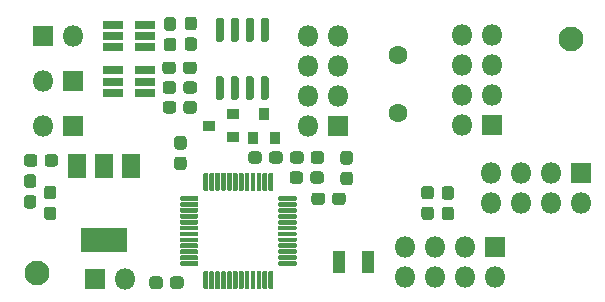
<source format=gbr>
%TF.GenerationSoftware,KiCad,Pcbnew,(5.1.6-0-10_14)*%
%TF.CreationDate,2020-07-31T15:00:41-05:00*%
%TF.ProjectId,final_fingerprint_sensor,66696e61-6c5f-4666-996e-676572707269,rev?*%
%TF.SameCoordinates,Original*%
%TF.FileFunction,Soldermask,Top*%
%TF.FilePolarity,Negative*%
%FSLAX46Y46*%
G04 Gerber Fmt 4.6, Leading zero omitted, Abs format (unit mm)*
G04 Created by KiCad (PCBNEW (5.1.6-0-10_14)) date 2020-07-31 15:00:41*
%MOMM*%
%LPD*%
G01*
G04 APERTURE LIST*
%ADD10C,2.100000*%
%ADD11R,1.800000X1.800000*%
%ADD12O,1.800000X1.800000*%
%ADD13R,1.000000X0.900000*%
%ADD14R,0.900000X1.000000*%
%ADD15R,3.900000X2.100000*%
%ADD16R,1.600000X2.100000*%
%ADD17R,1.660000X0.750000*%
%ADD18C,1.600000*%
%ADD19R,1.100000X1.900000*%
G04 APERTURE END LIST*
%TO.C,U3*%
G36*
G01*
X133725000Y-77575000D02*
X133725000Y-77775000D01*
G75*
G02*
X133625000Y-77875000I-100000J0D01*
G01*
X132250000Y-77875000D01*
G75*
G02*
X132150000Y-77775000I0J100000D01*
G01*
X132150000Y-77575000D01*
G75*
G02*
X132250000Y-77475000I100000J0D01*
G01*
X133625000Y-77475000D01*
G75*
G02*
X133725000Y-77575000I0J-100000D01*
G01*
G37*
G36*
G01*
X133725000Y-77075000D02*
X133725000Y-77275000D01*
G75*
G02*
X133625000Y-77375000I-100000J0D01*
G01*
X132250000Y-77375000D01*
G75*
G02*
X132150000Y-77275000I0J100000D01*
G01*
X132150000Y-77075000D01*
G75*
G02*
X132250000Y-76975000I100000J0D01*
G01*
X133625000Y-76975000D01*
G75*
G02*
X133725000Y-77075000I0J-100000D01*
G01*
G37*
G36*
G01*
X133725000Y-76575000D02*
X133725000Y-76775000D01*
G75*
G02*
X133625000Y-76875000I-100000J0D01*
G01*
X132250000Y-76875000D01*
G75*
G02*
X132150000Y-76775000I0J100000D01*
G01*
X132150000Y-76575000D01*
G75*
G02*
X132250000Y-76475000I100000J0D01*
G01*
X133625000Y-76475000D01*
G75*
G02*
X133725000Y-76575000I0J-100000D01*
G01*
G37*
G36*
G01*
X133725000Y-76075000D02*
X133725000Y-76275000D01*
G75*
G02*
X133625000Y-76375000I-100000J0D01*
G01*
X132250000Y-76375000D01*
G75*
G02*
X132150000Y-76275000I0J100000D01*
G01*
X132150000Y-76075000D01*
G75*
G02*
X132250000Y-75975000I100000J0D01*
G01*
X133625000Y-75975000D01*
G75*
G02*
X133725000Y-76075000I0J-100000D01*
G01*
G37*
G36*
G01*
X133725000Y-75575000D02*
X133725000Y-75775000D01*
G75*
G02*
X133625000Y-75875000I-100000J0D01*
G01*
X132250000Y-75875000D01*
G75*
G02*
X132150000Y-75775000I0J100000D01*
G01*
X132150000Y-75575000D01*
G75*
G02*
X132250000Y-75475000I100000J0D01*
G01*
X133625000Y-75475000D01*
G75*
G02*
X133725000Y-75575000I0J-100000D01*
G01*
G37*
G36*
G01*
X133725000Y-75075000D02*
X133725000Y-75275000D01*
G75*
G02*
X133625000Y-75375000I-100000J0D01*
G01*
X132250000Y-75375000D01*
G75*
G02*
X132150000Y-75275000I0J100000D01*
G01*
X132150000Y-75075000D01*
G75*
G02*
X132250000Y-74975000I100000J0D01*
G01*
X133625000Y-74975000D01*
G75*
G02*
X133725000Y-75075000I0J-100000D01*
G01*
G37*
G36*
G01*
X133725000Y-74575000D02*
X133725000Y-74775000D01*
G75*
G02*
X133625000Y-74875000I-100000J0D01*
G01*
X132250000Y-74875000D01*
G75*
G02*
X132150000Y-74775000I0J100000D01*
G01*
X132150000Y-74575000D01*
G75*
G02*
X132250000Y-74475000I100000J0D01*
G01*
X133625000Y-74475000D01*
G75*
G02*
X133725000Y-74575000I0J-100000D01*
G01*
G37*
G36*
G01*
X133725000Y-74075000D02*
X133725000Y-74275000D01*
G75*
G02*
X133625000Y-74375000I-100000J0D01*
G01*
X132250000Y-74375000D01*
G75*
G02*
X132150000Y-74275000I0J100000D01*
G01*
X132150000Y-74075000D01*
G75*
G02*
X132250000Y-73975000I100000J0D01*
G01*
X133625000Y-73975000D01*
G75*
G02*
X133725000Y-74075000I0J-100000D01*
G01*
G37*
G36*
G01*
X133725000Y-73575000D02*
X133725000Y-73775000D01*
G75*
G02*
X133625000Y-73875000I-100000J0D01*
G01*
X132250000Y-73875000D01*
G75*
G02*
X132150000Y-73775000I0J100000D01*
G01*
X132150000Y-73575000D01*
G75*
G02*
X132250000Y-73475000I100000J0D01*
G01*
X133625000Y-73475000D01*
G75*
G02*
X133725000Y-73575000I0J-100000D01*
G01*
G37*
G36*
G01*
X133725000Y-73075000D02*
X133725000Y-73275000D01*
G75*
G02*
X133625000Y-73375000I-100000J0D01*
G01*
X132250000Y-73375000D01*
G75*
G02*
X132150000Y-73275000I0J100000D01*
G01*
X132150000Y-73075000D01*
G75*
G02*
X132250000Y-72975000I100000J0D01*
G01*
X133625000Y-72975000D01*
G75*
G02*
X133725000Y-73075000I0J-100000D01*
G01*
G37*
G36*
G01*
X133725000Y-72575000D02*
X133725000Y-72775000D01*
G75*
G02*
X133625000Y-72875000I-100000J0D01*
G01*
X132250000Y-72875000D01*
G75*
G02*
X132150000Y-72775000I0J100000D01*
G01*
X132150000Y-72575000D01*
G75*
G02*
X132250000Y-72475000I100000J0D01*
G01*
X133625000Y-72475000D01*
G75*
G02*
X133725000Y-72575000I0J-100000D01*
G01*
G37*
G36*
G01*
X133725000Y-72075000D02*
X133725000Y-72275000D01*
G75*
G02*
X133625000Y-72375000I-100000J0D01*
G01*
X132250000Y-72375000D01*
G75*
G02*
X132150000Y-72275000I0J100000D01*
G01*
X132150000Y-72075000D01*
G75*
G02*
X132250000Y-71975000I100000J0D01*
G01*
X133625000Y-71975000D01*
G75*
G02*
X133725000Y-72075000I0J-100000D01*
G01*
G37*
G36*
G01*
X131725000Y-70075000D02*
X131725000Y-71450000D01*
G75*
G02*
X131625000Y-71550000I-100000J0D01*
G01*
X131425000Y-71550000D01*
G75*
G02*
X131325000Y-71450000I0J100000D01*
G01*
X131325000Y-70075000D01*
G75*
G02*
X131425000Y-69975000I100000J0D01*
G01*
X131625000Y-69975000D01*
G75*
G02*
X131725000Y-70075000I0J-100000D01*
G01*
G37*
G36*
G01*
X131225000Y-70075000D02*
X131225000Y-71450000D01*
G75*
G02*
X131125000Y-71550000I-100000J0D01*
G01*
X130925000Y-71550000D01*
G75*
G02*
X130825000Y-71450000I0J100000D01*
G01*
X130825000Y-70075000D01*
G75*
G02*
X130925000Y-69975000I100000J0D01*
G01*
X131125000Y-69975000D01*
G75*
G02*
X131225000Y-70075000I0J-100000D01*
G01*
G37*
G36*
G01*
X130725000Y-70075000D02*
X130725000Y-71450000D01*
G75*
G02*
X130625000Y-71550000I-100000J0D01*
G01*
X130425000Y-71550000D01*
G75*
G02*
X130325000Y-71450000I0J100000D01*
G01*
X130325000Y-70075000D01*
G75*
G02*
X130425000Y-69975000I100000J0D01*
G01*
X130625000Y-69975000D01*
G75*
G02*
X130725000Y-70075000I0J-100000D01*
G01*
G37*
G36*
G01*
X130225000Y-70075000D02*
X130225000Y-71450000D01*
G75*
G02*
X130125000Y-71550000I-100000J0D01*
G01*
X129925000Y-71550000D01*
G75*
G02*
X129825000Y-71450000I0J100000D01*
G01*
X129825000Y-70075000D01*
G75*
G02*
X129925000Y-69975000I100000J0D01*
G01*
X130125000Y-69975000D01*
G75*
G02*
X130225000Y-70075000I0J-100000D01*
G01*
G37*
G36*
G01*
X129725000Y-70075000D02*
X129725000Y-71450000D01*
G75*
G02*
X129625000Y-71550000I-100000J0D01*
G01*
X129425000Y-71550000D01*
G75*
G02*
X129325000Y-71450000I0J100000D01*
G01*
X129325000Y-70075000D01*
G75*
G02*
X129425000Y-69975000I100000J0D01*
G01*
X129625000Y-69975000D01*
G75*
G02*
X129725000Y-70075000I0J-100000D01*
G01*
G37*
G36*
G01*
X129225000Y-70075000D02*
X129225000Y-71450000D01*
G75*
G02*
X129125000Y-71550000I-100000J0D01*
G01*
X128925000Y-71550000D01*
G75*
G02*
X128825000Y-71450000I0J100000D01*
G01*
X128825000Y-70075000D01*
G75*
G02*
X128925000Y-69975000I100000J0D01*
G01*
X129125000Y-69975000D01*
G75*
G02*
X129225000Y-70075000I0J-100000D01*
G01*
G37*
G36*
G01*
X128725000Y-70075000D02*
X128725000Y-71450000D01*
G75*
G02*
X128625000Y-71550000I-100000J0D01*
G01*
X128425000Y-71550000D01*
G75*
G02*
X128325000Y-71450000I0J100000D01*
G01*
X128325000Y-70075000D01*
G75*
G02*
X128425000Y-69975000I100000J0D01*
G01*
X128625000Y-69975000D01*
G75*
G02*
X128725000Y-70075000I0J-100000D01*
G01*
G37*
G36*
G01*
X128225000Y-70075000D02*
X128225000Y-71450000D01*
G75*
G02*
X128125000Y-71550000I-100000J0D01*
G01*
X127925000Y-71550000D01*
G75*
G02*
X127825000Y-71450000I0J100000D01*
G01*
X127825000Y-70075000D01*
G75*
G02*
X127925000Y-69975000I100000J0D01*
G01*
X128125000Y-69975000D01*
G75*
G02*
X128225000Y-70075000I0J-100000D01*
G01*
G37*
G36*
G01*
X127725000Y-70075000D02*
X127725000Y-71450000D01*
G75*
G02*
X127625000Y-71550000I-100000J0D01*
G01*
X127425000Y-71550000D01*
G75*
G02*
X127325000Y-71450000I0J100000D01*
G01*
X127325000Y-70075000D01*
G75*
G02*
X127425000Y-69975000I100000J0D01*
G01*
X127625000Y-69975000D01*
G75*
G02*
X127725000Y-70075000I0J-100000D01*
G01*
G37*
G36*
G01*
X127225000Y-70075000D02*
X127225000Y-71450000D01*
G75*
G02*
X127125000Y-71550000I-100000J0D01*
G01*
X126925000Y-71550000D01*
G75*
G02*
X126825000Y-71450000I0J100000D01*
G01*
X126825000Y-70075000D01*
G75*
G02*
X126925000Y-69975000I100000J0D01*
G01*
X127125000Y-69975000D01*
G75*
G02*
X127225000Y-70075000I0J-100000D01*
G01*
G37*
G36*
G01*
X126725000Y-70075000D02*
X126725000Y-71450000D01*
G75*
G02*
X126625000Y-71550000I-100000J0D01*
G01*
X126425000Y-71550000D01*
G75*
G02*
X126325000Y-71450000I0J100000D01*
G01*
X126325000Y-70075000D01*
G75*
G02*
X126425000Y-69975000I100000J0D01*
G01*
X126625000Y-69975000D01*
G75*
G02*
X126725000Y-70075000I0J-100000D01*
G01*
G37*
G36*
G01*
X126225000Y-70075000D02*
X126225000Y-71450000D01*
G75*
G02*
X126125000Y-71550000I-100000J0D01*
G01*
X125925000Y-71550000D01*
G75*
G02*
X125825000Y-71450000I0J100000D01*
G01*
X125825000Y-70075000D01*
G75*
G02*
X125925000Y-69975000I100000J0D01*
G01*
X126125000Y-69975000D01*
G75*
G02*
X126225000Y-70075000I0J-100000D01*
G01*
G37*
G36*
G01*
X125400000Y-72075000D02*
X125400000Y-72275000D01*
G75*
G02*
X125300000Y-72375000I-100000J0D01*
G01*
X123925000Y-72375000D01*
G75*
G02*
X123825000Y-72275000I0J100000D01*
G01*
X123825000Y-72075000D01*
G75*
G02*
X123925000Y-71975000I100000J0D01*
G01*
X125300000Y-71975000D01*
G75*
G02*
X125400000Y-72075000I0J-100000D01*
G01*
G37*
G36*
G01*
X125400000Y-72575000D02*
X125400000Y-72775000D01*
G75*
G02*
X125300000Y-72875000I-100000J0D01*
G01*
X123925000Y-72875000D01*
G75*
G02*
X123825000Y-72775000I0J100000D01*
G01*
X123825000Y-72575000D01*
G75*
G02*
X123925000Y-72475000I100000J0D01*
G01*
X125300000Y-72475000D01*
G75*
G02*
X125400000Y-72575000I0J-100000D01*
G01*
G37*
G36*
G01*
X125400000Y-73075000D02*
X125400000Y-73275000D01*
G75*
G02*
X125300000Y-73375000I-100000J0D01*
G01*
X123925000Y-73375000D01*
G75*
G02*
X123825000Y-73275000I0J100000D01*
G01*
X123825000Y-73075000D01*
G75*
G02*
X123925000Y-72975000I100000J0D01*
G01*
X125300000Y-72975000D01*
G75*
G02*
X125400000Y-73075000I0J-100000D01*
G01*
G37*
G36*
G01*
X125400000Y-73575000D02*
X125400000Y-73775000D01*
G75*
G02*
X125300000Y-73875000I-100000J0D01*
G01*
X123925000Y-73875000D01*
G75*
G02*
X123825000Y-73775000I0J100000D01*
G01*
X123825000Y-73575000D01*
G75*
G02*
X123925000Y-73475000I100000J0D01*
G01*
X125300000Y-73475000D01*
G75*
G02*
X125400000Y-73575000I0J-100000D01*
G01*
G37*
G36*
G01*
X125400000Y-74075000D02*
X125400000Y-74275000D01*
G75*
G02*
X125300000Y-74375000I-100000J0D01*
G01*
X123925000Y-74375000D01*
G75*
G02*
X123825000Y-74275000I0J100000D01*
G01*
X123825000Y-74075000D01*
G75*
G02*
X123925000Y-73975000I100000J0D01*
G01*
X125300000Y-73975000D01*
G75*
G02*
X125400000Y-74075000I0J-100000D01*
G01*
G37*
G36*
G01*
X125400000Y-74575000D02*
X125400000Y-74775000D01*
G75*
G02*
X125300000Y-74875000I-100000J0D01*
G01*
X123925000Y-74875000D01*
G75*
G02*
X123825000Y-74775000I0J100000D01*
G01*
X123825000Y-74575000D01*
G75*
G02*
X123925000Y-74475000I100000J0D01*
G01*
X125300000Y-74475000D01*
G75*
G02*
X125400000Y-74575000I0J-100000D01*
G01*
G37*
G36*
G01*
X125400000Y-75075000D02*
X125400000Y-75275000D01*
G75*
G02*
X125300000Y-75375000I-100000J0D01*
G01*
X123925000Y-75375000D01*
G75*
G02*
X123825000Y-75275000I0J100000D01*
G01*
X123825000Y-75075000D01*
G75*
G02*
X123925000Y-74975000I100000J0D01*
G01*
X125300000Y-74975000D01*
G75*
G02*
X125400000Y-75075000I0J-100000D01*
G01*
G37*
G36*
G01*
X125400000Y-75575000D02*
X125400000Y-75775000D01*
G75*
G02*
X125300000Y-75875000I-100000J0D01*
G01*
X123925000Y-75875000D01*
G75*
G02*
X123825000Y-75775000I0J100000D01*
G01*
X123825000Y-75575000D01*
G75*
G02*
X123925000Y-75475000I100000J0D01*
G01*
X125300000Y-75475000D01*
G75*
G02*
X125400000Y-75575000I0J-100000D01*
G01*
G37*
G36*
G01*
X125400000Y-76075000D02*
X125400000Y-76275000D01*
G75*
G02*
X125300000Y-76375000I-100000J0D01*
G01*
X123925000Y-76375000D01*
G75*
G02*
X123825000Y-76275000I0J100000D01*
G01*
X123825000Y-76075000D01*
G75*
G02*
X123925000Y-75975000I100000J0D01*
G01*
X125300000Y-75975000D01*
G75*
G02*
X125400000Y-76075000I0J-100000D01*
G01*
G37*
G36*
G01*
X125400000Y-76575000D02*
X125400000Y-76775000D01*
G75*
G02*
X125300000Y-76875000I-100000J0D01*
G01*
X123925000Y-76875000D01*
G75*
G02*
X123825000Y-76775000I0J100000D01*
G01*
X123825000Y-76575000D01*
G75*
G02*
X123925000Y-76475000I100000J0D01*
G01*
X125300000Y-76475000D01*
G75*
G02*
X125400000Y-76575000I0J-100000D01*
G01*
G37*
G36*
G01*
X125400000Y-77075000D02*
X125400000Y-77275000D01*
G75*
G02*
X125300000Y-77375000I-100000J0D01*
G01*
X123925000Y-77375000D01*
G75*
G02*
X123825000Y-77275000I0J100000D01*
G01*
X123825000Y-77075000D01*
G75*
G02*
X123925000Y-76975000I100000J0D01*
G01*
X125300000Y-76975000D01*
G75*
G02*
X125400000Y-77075000I0J-100000D01*
G01*
G37*
G36*
G01*
X125400000Y-77575000D02*
X125400000Y-77775000D01*
G75*
G02*
X125300000Y-77875000I-100000J0D01*
G01*
X123925000Y-77875000D01*
G75*
G02*
X123825000Y-77775000I0J100000D01*
G01*
X123825000Y-77575000D01*
G75*
G02*
X123925000Y-77475000I100000J0D01*
G01*
X125300000Y-77475000D01*
G75*
G02*
X125400000Y-77575000I0J-100000D01*
G01*
G37*
G36*
G01*
X126225000Y-78400000D02*
X126225000Y-79775000D01*
G75*
G02*
X126125000Y-79875000I-100000J0D01*
G01*
X125925000Y-79875000D01*
G75*
G02*
X125825000Y-79775000I0J100000D01*
G01*
X125825000Y-78400000D01*
G75*
G02*
X125925000Y-78300000I100000J0D01*
G01*
X126125000Y-78300000D01*
G75*
G02*
X126225000Y-78400000I0J-100000D01*
G01*
G37*
G36*
G01*
X126725000Y-78400000D02*
X126725000Y-79775000D01*
G75*
G02*
X126625000Y-79875000I-100000J0D01*
G01*
X126425000Y-79875000D01*
G75*
G02*
X126325000Y-79775000I0J100000D01*
G01*
X126325000Y-78400000D01*
G75*
G02*
X126425000Y-78300000I100000J0D01*
G01*
X126625000Y-78300000D01*
G75*
G02*
X126725000Y-78400000I0J-100000D01*
G01*
G37*
G36*
G01*
X127225000Y-78400000D02*
X127225000Y-79775000D01*
G75*
G02*
X127125000Y-79875000I-100000J0D01*
G01*
X126925000Y-79875000D01*
G75*
G02*
X126825000Y-79775000I0J100000D01*
G01*
X126825000Y-78400000D01*
G75*
G02*
X126925000Y-78300000I100000J0D01*
G01*
X127125000Y-78300000D01*
G75*
G02*
X127225000Y-78400000I0J-100000D01*
G01*
G37*
G36*
G01*
X127725000Y-78400000D02*
X127725000Y-79775000D01*
G75*
G02*
X127625000Y-79875000I-100000J0D01*
G01*
X127425000Y-79875000D01*
G75*
G02*
X127325000Y-79775000I0J100000D01*
G01*
X127325000Y-78400000D01*
G75*
G02*
X127425000Y-78300000I100000J0D01*
G01*
X127625000Y-78300000D01*
G75*
G02*
X127725000Y-78400000I0J-100000D01*
G01*
G37*
G36*
G01*
X128225000Y-78400000D02*
X128225000Y-79775000D01*
G75*
G02*
X128125000Y-79875000I-100000J0D01*
G01*
X127925000Y-79875000D01*
G75*
G02*
X127825000Y-79775000I0J100000D01*
G01*
X127825000Y-78400000D01*
G75*
G02*
X127925000Y-78300000I100000J0D01*
G01*
X128125000Y-78300000D01*
G75*
G02*
X128225000Y-78400000I0J-100000D01*
G01*
G37*
G36*
G01*
X128725000Y-78400000D02*
X128725000Y-79775000D01*
G75*
G02*
X128625000Y-79875000I-100000J0D01*
G01*
X128425000Y-79875000D01*
G75*
G02*
X128325000Y-79775000I0J100000D01*
G01*
X128325000Y-78400000D01*
G75*
G02*
X128425000Y-78300000I100000J0D01*
G01*
X128625000Y-78300000D01*
G75*
G02*
X128725000Y-78400000I0J-100000D01*
G01*
G37*
G36*
G01*
X129225000Y-78400000D02*
X129225000Y-79775000D01*
G75*
G02*
X129125000Y-79875000I-100000J0D01*
G01*
X128925000Y-79875000D01*
G75*
G02*
X128825000Y-79775000I0J100000D01*
G01*
X128825000Y-78400000D01*
G75*
G02*
X128925000Y-78300000I100000J0D01*
G01*
X129125000Y-78300000D01*
G75*
G02*
X129225000Y-78400000I0J-100000D01*
G01*
G37*
G36*
G01*
X129725000Y-78400000D02*
X129725000Y-79775000D01*
G75*
G02*
X129625000Y-79875000I-100000J0D01*
G01*
X129425000Y-79875000D01*
G75*
G02*
X129325000Y-79775000I0J100000D01*
G01*
X129325000Y-78400000D01*
G75*
G02*
X129425000Y-78300000I100000J0D01*
G01*
X129625000Y-78300000D01*
G75*
G02*
X129725000Y-78400000I0J-100000D01*
G01*
G37*
G36*
G01*
X130225000Y-78400000D02*
X130225000Y-79775000D01*
G75*
G02*
X130125000Y-79875000I-100000J0D01*
G01*
X129925000Y-79875000D01*
G75*
G02*
X129825000Y-79775000I0J100000D01*
G01*
X129825000Y-78400000D01*
G75*
G02*
X129925000Y-78300000I100000J0D01*
G01*
X130125000Y-78300000D01*
G75*
G02*
X130225000Y-78400000I0J-100000D01*
G01*
G37*
G36*
G01*
X130725000Y-78400000D02*
X130725000Y-79775000D01*
G75*
G02*
X130625000Y-79875000I-100000J0D01*
G01*
X130425000Y-79875000D01*
G75*
G02*
X130325000Y-79775000I0J100000D01*
G01*
X130325000Y-78400000D01*
G75*
G02*
X130425000Y-78300000I100000J0D01*
G01*
X130625000Y-78300000D01*
G75*
G02*
X130725000Y-78400000I0J-100000D01*
G01*
G37*
G36*
G01*
X131225000Y-78400000D02*
X131225000Y-79775000D01*
G75*
G02*
X131125000Y-79875000I-100000J0D01*
G01*
X130925000Y-79875000D01*
G75*
G02*
X130825000Y-79775000I0J100000D01*
G01*
X130825000Y-78400000D01*
G75*
G02*
X130925000Y-78300000I100000J0D01*
G01*
X131125000Y-78300000D01*
G75*
G02*
X131225000Y-78400000I0J-100000D01*
G01*
G37*
G36*
G01*
X131725000Y-78400000D02*
X131725000Y-79775000D01*
G75*
G02*
X131625000Y-79875000I-100000J0D01*
G01*
X131425000Y-79875000D01*
G75*
G02*
X131325000Y-79775000I0J100000D01*
G01*
X131325000Y-78400000D01*
G75*
G02*
X131425000Y-78300000I100000J0D01*
G01*
X131625000Y-78300000D01*
G75*
G02*
X131725000Y-78400000I0J-100000D01*
G01*
G37*
%TD*%
%TO.C,C14*%
G36*
G01*
X124125000Y-64712500D02*
X124125000Y-64187500D01*
G75*
G02*
X124387500Y-63925000I262500J0D01*
G01*
X125012500Y-63925000D01*
G75*
G02*
X125275000Y-64187500I0J-262500D01*
G01*
X125275000Y-64712500D01*
G75*
G02*
X125012500Y-64975000I-262500J0D01*
G01*
X124387500Y-64975000D01*
G75*
G02*
X124125000Y-64712500I0J262500D01*
G01*
G37*
G36*
G01*
X122375000Y-64712500D02*
X122375000Y-64187500D01*
G75*
G02*
X122637500Y-63925000I262500J0D01*
G01*
X123262500Y-63925000D01*
G75*
G02*
X123525000Y-64187500I0J-262500D01*
G01*
X123525000Y-64712500D01*
G75*
G02*
X123262500Y-64975000I-262500J0D01*
G01*
X122637500Y-64975000D01*
G75*
G02*
X122375000Y-64712500I0J262500D01*
G01*
G37*
%TD*%
D10*
%TO.C,H1*%
X156972000Y-58674000D03*
%TD*%
%TO.C,H2*%
X111760000Y-78486000D03*
%TD*%
D11*
%TO.C,J1*%
X137248900Y-65991740D03*
D12*
X134708900Y-65991740D03*
X137248900Y-63451740D03*
X134708900Y-63451740D03*
X137248900Y-60911740D03*
X134708900Y-60911740D03*
X137248900Y-58371740D03*
X134708900Y-58371740D03*
%TD*%
%TO.C,J2*%
X112275000Y-62250000D03*
D11*
X114815000Y-62250000D03*
%TD*%
%TO.C,J3*%
X114800000Y-66075000D03*
D12*
X112260000Y-66075000D03*
%TD*%
%TO.C,J4*%
X114808000Y-58420000D03*
D11*
X112268000Y-58420000D03*
%TD*%
%TO.C,J5*%
X116625000Y-79000000D03*
D12*
X119165000Y-79000000D03*
%TD*%
%TO.C,J6*%
X150135000Y-72565000D03*
X150135000Y-70025000D03*
X152675000Y-72565000D03*
X152675000Y-70025000D03*
X155215000Y-72565000D03*
X155215000Y-70025000D03*
X157755000Y-72565000D03*
D11*
X157755000Y-70025000D03*
%TD*%
%TO.C,J7*%
X150290000Y-65930000D03*
D12*
X147750000Y-65930000D03*
X150290000Y-63390000D03*
X147750000Y-63390000D03*
X150290000Y-60850000D03*
X147750000Y-60850000D03*
X150290000Y-58310000D03*
X147750000Y-58310000D03*
%TD*%
%TO.C,J8*%
X142855000Y-78790000D03*
X142855000Y-76250000D03*
X145395000Y-78790000D03*
X145395000Y-76250000D03*
X147935000Y-78790000D03*
X147935000Y-76250000D03*
X150475000Y-78790000D03*
D11*
X150475000Y-76250000D03*
%TD*%
D13*
%TO.C,Q1*%
X126325000Y-66000000D03*
X128325000Y-65050000D03*
X128325000Y-66950000D03*
%TD*%
D14*
%TO.C,Q2*%
X130000000Y-67025000D03*
X131900000Y-67025000D03*
X130950000Y-65025000D03*
%TD*%
%TO.C,R7*%
G36*
G01*
X112587500Y-72850000D02*
X113112500Y-72850000D01*
G75*
G02*
X113375000Y-73112500I0J-262500D01*
G01*
X113375000Y-73737500D01*
G75*
G02*
X113112500Y-74000000I-262500J0D01*
G01*
X112587500Y-74000000D01*
G75*
G02*
X112325000Y-73737500I0J262500D01*
G01*
X112325000Y-73112500D01*
G75*
G02*
X112587500Y-72850000I262500J0D01*
G01*
G37*
G36*
G01*
X112587500Y-71100000D02*
X113112500Y-71100000D01*
G75*
G02*
X113375000Y-71362500I0J-262500D01*
G01*
X113375000Y-71987500D01*
G75*
G02*
X113112500Y-72250000I-262500J0D01*
G01*
X112587500Y-72250000D01*
G75*
G02*
X112325000Y-71987500I0J262500D01*
G01*
X112325000Y-71362500D01*
G75*
G02*
X112587500Y-71100000I262500J0D01*
G01*
G37*
%TD*%
%TO.C,R8*%
G36*
G01*
X110887500Y-70125000D02*
X111412500Y-70125000D01*
G75*
G02*
X111675000Y-70387500I0J-262500D01*
G01*
X111675000Y-71012500D01*
G75*
G02*
X111412500Y-71275000I-262500J0D01*
G01*
X110887500Y-71275000D01*
G75*
G02*
X110625000Y-71012500I0J262500D01*
G01*
X110625000Y-70387500D01*
G75*
G02*
X110887500Y-70125000I262500J0D01*
G01*
G37*
G36*
G01*
X110887500Y-71875000D02*
X111412500Y-71875000D01*
G75*
G02*
X111675000Y-72137500I0J-262500D01*
G01*
X111675000Y-72762500D01*
G75*
G02*
X111412500Y-73025000I-262500J0D01*
G01*
X110887500Y-73025000D01*
G75*
G02*
X110625000Y-72762500I0J262500D01*
G01*
X110625000Y-72137500D01*
G75*
G02*
X110887500Y-71875000I262500J0D01*
G01*
G37*
%TD*%
%TO.C,R9*%
G36*
G01*
X122375000Y-63037500D02*
X122375000Y-62512500D01*
G75*
G02*
X122637500Y-62250000I262500J0D01*
G01*
X123262500Y-62250000D01*
G75*
G02*
X123525000Y-62512500I0J-262500D01*
G01*
X123525000Y-63037500D01*
G75*
G02*
X123262500Y-63300000I-262500J0D01*
G01*
X122637500Y-63300000D01*
G75*
G02*
X122375000Y-63037500I0J262500D01*
G01*
G37*
G36*
G01*
X124125000Y-63037500D02*
X124125000Y-62512500D01*
G75*
G02*
X124387500Y-62250000I262500J0D01*
G01*
X125012500Y-62250000D01*
G75*
G02*
X125275000Y-62512500I0J-262500D01*
G01*
X125275000Y-63037500D01*
G75*
G02*
X125012500Y-63300000I-262500J0D01*
G01*
X124387500Y-63300000D01*
G75*
G02*
X124125000Y-63037500I0J262500D01*
G01*
G37*
%TD*%
%TO.C,R10*%
G36*
G01*
X122737500Y-58575000D02*
X123262500Y-58575000D01*
G75*
G02*
X123525000Y-58837500I0J-262500D01*
G01*
X123525000Y-59462500D01*
G75*
G02*
X123262500Y-59725000I-262500J0D01*
G01*
X122737500Y-59725000D01*
G75*
G02*
X122475000Y-59462500I0J262500D01*
G01*
X122475000Y-58837500D01*
G75*
G02*
X122737500Y-58575000I262500J0D01*
G01*
G37*
G36*
G01*
X122737500Y-56825000D02*
X123262500Y-56825000D01*
G75*
G02*
X123525000Y-57087500I0J-262500D01*
G01*
X123525000Y-57712500D01*
G75*
G02*
X123262500Y-57975000I-262500J0D01*
G01*
X122737500Y-57975000D01*
G75*
G02*
X122475000Y-57712500I0J262500D01*
G01*
X122475000Y-57087500D01*
G75*
G02*
X122737500Y-56825000I262500J0D01*
G01*
G37*
%TD*%
%TO.C,R11*%
G36*
G01*
X136125000Y-71937500D02*
X136125000Y-72462500D01*
G75*
G02*
X135862500Y-72725000I-262500J0D01*
G01*
X135237500Y-72725000D01*
G75*
G02*
X134975000Y-72462500I0J262500D01*
G01*
X134975000Y-71937500D01*
G75*
G02*
X135237500Y-71675000I262500J0D01*
G01*
X135862500Y-71675000D01*
G75*
G02*
X136125000Y-71937500I0J-262500D01*
G01*
G37*
G36*
G01*
X137875000Y-71937500D02*
X137875000Y-72462500D01*
G75*
G02*
X137612500Y-72725000I-262500J0D01*
G01*
X136987500Y-72725000D01*
G75*
G02*
X136725000Y-72462500I0J262500D01*
G01*
X136725000Y-71937500D01*
G75*
G02*
X136987500Y-71675000I262500J0D01*
G01*
X137612500Y-71675000D01*
G75*
G02*
X137875000Y-71937500I0J-262500D01*
G01*
G37*
%TD*%
%TO.C,R12*%
G36*
G01*
X136050000Y-68437500D02*
X136050000Y-68962500D01*
G75*
G02*
X135787500Y-69225000I-262500J0D01*
G01*
X135162500Y-69225000D01*
G75*
G02*
X134900000Y-68962500I0J262500D01*
G01*
X134900000Y-68437500D01*
G75*
G02*
X135162500Y-68175000I262500J0D01*
G01*
X135787500Y-68175000D01*
G75*
G02*
X136050000Y-68437500I0J-262500D01*
G01*
G37*
G36*
G01*
X134300000Y-68437500D02*
X134300000Y-68962500D01*
G75*
G02*
X134037500Y-69225000I-262500J0D01*
G01*
X133412500Y-69225000D01*
G75*
G02*
X133150000Y-68962500I0J262500D01*
G01*
X133150000Y-68437500D01*
G75*
G02*
X133412500Y-68175000I262500J0D01*
G01*
X134037500Y-68175000D01*
G75*
G02*
X134300000Y-68437500I0J-262500D01*
G01*
G37*
%TD*%
%TO.C,R13*%
G36*
G01*
X130775000Y-68437500D02*
X130775000Y-68962500D01*
G75*
G02*
X130512500Y-69225000I-262500J0D01*
G01*
X129887500Y-69225000D01*
G75*
G02*
X129625000Y-68962500I0J262500D01*
G01*
X129625000Y-68437500D01*
G75*
G02*
X129887500Y-68175000I262500J0D01*
G01*
X130512500Y-68175000D01*
G75*
G02*
X130775000Y-68437500I0J-262500D01*
G01*
G37*
G36*
G01*
X132525000Y-68437500D02*
X132525000Y-68962500D01*
G75*
G02*
X132262500Y-69225000I-262500J0D01*
G01*
X131637500Y-69225000D01*
G75*
G02*
X131375000Y-68962500I0J262500D01*
G01*
X131375000Y-68437500D01*
G75*
G02*
X131637500Y-68175000I262500J0D01*
G01*
X132262500Y-68175000D01*
G75*
G02*
X132525000Y-68437500I0J-262500D01*
G01*
G37*
%TD*%
%TO.C,R15*%
G36*
G01*
X122400000Y-79037500D02*
X122400000Y-79562500D01*
G75*
G02*
X122137500Y-79825000I-262500J0D01*
G01*
X121512500Y-79825000D01*
G75*
G02*
X121250000Y-79562500I0J262500D01*
G01*
X121250000Y-79037500D01*
G75*
G02*
X121512500Y-78775000I262500J0D01*
G01*
X122137500Y-78775000D01*
G75*
G02*
X122400000Y-79037500I0J-262500D01*
G01*
G37*
G36*
G01*
X124150000Y-79037500D02*
X124150000Y-79562500D01*
G75*
G02*
X123887500Y-79825000I-262500J0D01*
G01*
X123262500Y-79825000D01*
G75*
G02*
X123000000Y-79562500I0J262500D01*
G01*
X123000000Y-79037500D01*
G75*
G02*
X123262500Y-78775000I262500J0D01*
G01*
X123887500Y-78775000D01*
G75*
G02*
X124150000Y-79037500I0J-262500D01*
G01*
G37*
%TD*%
%TO.C,R16*%
G36*
G01*
X123612500Y-66875000D02*
X124137500Y-66875000D01*
G75*
G02*
X124400000Y-67137500I0J-262500D01*
G01*
X124400000Y-67762500D01*
G75*
G02*
X124137500Y-68025000I-262500J0D01*
G01*
X123612500Y-68025000D01*
G75*
G02*
X123350000Y-67762500I0J262500D01*
G01*
X123350000Y-67137500D01*
G75*
G02*
X123612500Y-66875000I262500J0D01*
G01*
G37*
G36*
G01*
X123612500Y-68625000D02*
X124137500Y-68625000D01*
G75*
G02*
X124400000Y-68887500I0J-262500D01*
G01*
X124400000Y-69512500D01*
G75*
G02*
X124137500Y-69775000I-262500J0D01*
G01*
X123612500Y-69775000D01*
G75*
G02*
X123350000Y-69512500I0J262500D01*
G01*
X123350000Y-68887500D01*
G75*
G02*
X123612500Y-68625000I262500J0D01*
G01*
G37*
%TD*%
%TO.C,R25*%
G36*
G01*
X138212500Y-69300000D02*
X137687500Y-69300000D01*
G75*
G02*
X137425000Y-69037500I0J262500D01*
G01*
X137425000Y-68412500D01*
G75*
G02*
X137687500Y-68150000I262500J0D01*
G01*
X138212500Y-68150000D01*
G75*
G02*
X138475000Y-68412500I0J-262500D01*
G01*
X138475000Y-69037500D01*
G75*
G02*
X138212500Y-69300000I-262500J0D01*
G01*
G37*
G36*
G01*
X138212500Y-71050000D02*
X137687500Y-71050000D01*
G75*
G02*
X137425000Y-70787500I0J262500D01*
G01*
X137425000Y-70162500D01*
G75*
G02*
X137687500Y-69900000I262500J0D01*
G01*
X138212500Y-69900000D01*
G75*
G02*
X138475000Y-70162500I0J-262500D01*
G01*
X138475000Y-70787500D01*
G75*
G02*
X138212500Y-71050000I-262500J0D01*
G01*
G37*
%TD*%
%TO.C,R26*%
G36*
G01*
X136025000Y-70137500D02*
X136025000Y-70662500D01*
G75*
G02*
X135762500Y-70925000I-262500J0D01*
G01*
X135137500Y-70925000D01*
G75*
G02*
X134875000Y-70662500I0J262500D01*
G01*
X134875000Y-70137500D01*
G75*
G02*
X135137500Y-69875000I262500J0D01*
G01*
X135762500Y-69875000D01*
G75*
G02*
X136025000Y-70137500I0J-262500D01*
G01*
G37*
G36*
G01*
X134275000Y-70137500D02*
X134275000Y-70662500D01*
G75*
G02*
X134012500Y-70925000I-262500J0D01*
G01*
X133387500Y-70925000D01*
G75*
G02*
X133125000Y-70662500I0J262500D01*
G01*
X133125000Y-70137500D01*
G75*
G02*
X133387500Y-69875000I262500J0D01*
G01*
X134012500Y-69875000D01*
G75*
G02*
X134275000Y-70137500I0J-262500D01*
G01*
G37*
%TD*%
D15*
%TO.C,U1*%
X117425000Y-75700000D03*
D16*
X117425000Y-69400000D03*
X115125000Y-69400000D03*
X119725000Y-69400000D03*
%TD*%
D17*
%TO.C,U2*%
X120850000Y-62275000D03*
X120850000Y-61325000D03*
X120850000Y-63225000D03*
X118150000Y-63225000D03*
X118150000Y-62275000D03*
X118150000Y-61325000D03*
%TD*%
%TO.C,U5*%
X118150000Y-57450000D03*
X118150000Y-58400000D03*
X118150000Y-59350000D03*
X120850000Y-59350000D03*
X120850000Y-57450000D03*
X120850000Y-58400000D03*
%TD*%
%TO.C,U8*%
G36*
G01*
X127380000Y-63850000D02*
X127030000Y-63850000D01*
G75*
G02*
X126855000Y-63675000I0J175000D01*
G01*
X126855000Y-61975000D01*
G75*
G02*
X127030000Y-61800000I175000J0D01*
G01*
X127380000Y-61800000D01*
G75*
G02*
X127555000Y-61975000I0J-175000D01*
G01*
X127555000Y-63675000D01*
G75*
G02*
X127380000Y-63850000I-175000J0D01*
G01*
G37*
G36*
G01*
X128650000Y-63850000D02*
X128300000Y-63850000D01*
G75*
G02*
X128125000Y-63675000I0J175000D01*
G01*
X128125000Y-61975000D01*
G75*
G02*
X128300000Y-61800000I175000J0D01*
G01*
X128650000Y-61800000D01*
G75*
G02*
X128825000Y-61975000I0J-175000D01*
G01*
X128825000Y-63675000D01*
G75*
G02*
X128650000Y-63850000I-175000J0D01*
G01*
G37*
G36*
G01*
X129920000Y-63850000D02*
X129570000Y-63850000D01*
G75*
G02*
X129395000Y-63675000I0J175000D01*
G01*
X129395000Y-61975000D01*
G75*
G02*
X129570000Y-61800000I175000J0D01*
G01*
X129920000Y-61800000D01*
G75*
G02*
X130095000Y-61975000I0J-175000D01*
G01*
X130095000Y-63675000D01*
G75*
G02*
X129920000Y-63850000I-175000J0D01*
G01*
G37*
G36*
G01*
X131190000Y-63850000D02*
X130840000Y-63850000D01*
G75*
G02*
X130665000Y-63675000I0J175000D01*
G01*
X130665000Y-61975000D01*
G75*
G02*
X130840000Y-61800000I175000J0D01*
G01*
X131190000Y-61800000D01*
G75*
G02*
X131365000Y-61975000I0J-175000D01*
G01*
X131365000Y-63675000D01*
G75*
G02*
X131190000Y-63850000I-175000J0D01*
G01*
G37*
G36*
G01*
X131190000Y-58900000D02*
X130840000Y-58900000D01*
G75*
G02*
X130665000Y-58725000I0J175000D01*
G01*
X130665000Y-57025000D01*
G75*
G02*
X130840000Y-56850000I175000J0D01*
G01*
X131190000Y-56850000D01*
G75*
G02*
X131365000Y-57025000I0J-175000D01*
G01*
X131365000Y-58725000D01*
G75*
G02*
X131190000Y-58900000I-175000J0D01*
G01*
G37*
G36*
G01*
X129920000Y-58900000D02*
X129570000Y-58900000D01*
G75*
G02*
X129395000Y-58725000I0J175000D01*
G01*
X129395000Y-57025000D01*
G75*
G02*
X129570000Y-56850000I175000J0D01*
G01*
X129920000Y-56850000D01*
G75*
G02*
X130095000Y-57025000I0J-175000D01*
G01*
X130095000Y-58725000D01*
G75*
G02*
X129920000Y-58900000I-175000J0D01*
G01*
G37*
G36*
G01*
X128650000Y-58900000D02*
X128300000Y-58900000D01*
G75*
G02*
X128125000Y-58725000I0J175000D01*
G01*
X128125000Y-57025000D01*
G75*
G02*
X128300000Y-56850000I175000J0D01*
G01*
X128650000Y-56850000D01*
G75*
G02*
X128825000Y-57025000I0J-175000D01*
G01*
X128825000Y-58725000D01*
G75*
G02*
X128650000Y-58900000I-175000J0D01*
G01*
G37*
G36*
G01*
X127380000Y-58900000D02*
X127030000Y-58900000D01*
G75*
G02*
X126855000Y-58725000I0J175000D01*
G01*
X126855000Y-57025000D01*
G75*
G02*
X127030000Y-56850000I175000J0D01*
G01*
X127380000Y-56850000D01*
G75*
G02*
X127555000Y-57025000I0J-175000D01*
G01*
X127555000Y-58725000D01*
G75*
G02*
X127380000Y-58900000I-175000J0D01*
G01*
G37*
%TD*%
D18*
%TO.C,Y2*%
X142325000Y-60050000D03*
X142325000Y-64930000D03*
%TD*%
%TO.C,C2*%
G36*
G01*
X111775000Y-68687500D02*
X111775000Y-69212500D01*
G75*
G02*
X111512500Y-69475000I-262500J0D01*
G01*
X110887500Y-69475000D01*
G75*
G02*
X110625000Y-69212500I0J262500D01*
G01*
X110625000Y-68687500D01*
G75*
G02*
X110887500Y-68425000I262500J0D01*
G01*
X111512500Y-68425000D01*
G75*
G02*
X111775000Y-68687500I0J-262500D01*
G01*
G37*
G36*
G01*
X113525000Y-68687500D02*
X113525000Y-69212500D01*
G75*
G02*
X113262500Y-69475000I-262500J0D01*
G01*
X112637500Y-69475000D01*
G75*
G02*
X112375000Y-69212500I0J262500D01*
G01*
X112375000Y-68687500D01*
G75*
G02*
X112637500Y-68425000I262500J0D01*
G01*
X113262500Y-68425000D01*
G75*
G02*
X113525000Y-68687500I0J-262500D01*
G01*
G37*
%TD*%
%TO.C,C11*%
G36*
G01*
X123500000Y-60837500D02*
X123500000Y-61362500D01*
G75*
G02*
X123237500Y-61625000I-262500J0D01*
G01*
X122612500Y-61625000D01*
G75*
G02*
X122350000Y-61362500I0J262500D01*
G01*
X122350000Y-60837500D01*
G75*
G02*
X122612500Y-60575000I262500J0D01*
G01*
X123237500Y-60575000D01*
G75*
G02*
X123500000Y-60837500I0J-262500D01*
G01*
G37*
G36*
G01*
X125250000Y-60837500D02*
X125250000Y-61362500D01*
G75*
G02*
X124987500Y-61625000I-262500J0D01*
G01*
X124362500Y-61625000D01*
G75*
G02*
X124100000Y-61362500I0J262500D01*
G01*
X124100000Y-60837500D01*
G75*
G02*
X124362500Y-60575000I262500J0D01*
G01*
X124987500Y-60575000D01*
G75*
G02*
X125250000Y-60837500I0J-262500D01*
G01*
G37*
%TD*%
%TO.C,C12*%
G36*
G01*
X125012500Y-59675000D02*
X124487500Y-59675000D01*
G75*
G02*
X124225000Y-59412500I0J262500D01*
G01*
X124225000Y-58787500D01*
G75*
G02*
X124487500Y-58525000I262500J0D01*
G01*
X125012500Y-58525000D01*
G75*
G02*
X125275000Y-58787500I0J-262500D01*
G01*
X125275000Y-59412500D01*
G75*
G02*
X125012500Y-59675000I-262500J0D01*
G01*
G37*
G36*
G01*
X125012500Y-57925000D02*
X124487500Y-57925000D01*
G75*
G02*
X124225000Y-57662500I0J262500D01*
G01*
X124225000Y-57037500D01*
G75*
G02*
X124487500Y-56775000I262500J0D01*
G01*
X125012500Y-56775000D01*
G75*
G02*
X125275000Y-57037500I0J-262500D01*
G01*
X125275000Y-57662500D01*
G75*
G02*
X125012500Y-57925000I-262500J0D01*
G01*
G37*
%TD*%
D19*
%TO.C,Y1*%
X139800000Y-77550000D03*
X137300000Y-77550000D03*
%TD*%
%TO.C,C15*%
G36*
G01*
X145062500Y-72250000D02*
X144537500Y-72250000D01*
G75*
G02*
X144275000Y-71987500I0J262500D01*
G01*
X144275000Y-71362500D01*
G75*
G02*
X144537500Y-71100000I262500J0D01*
G01*
X145062500Y-71100000D01*
G75*
G02*
X145325000Y-71362500I0J-262500D01*
G01*
X145325000Y-71987500D01*
G75*
G02*
X145062500Y-72250000I-262500J0D01*
G01*
G37*
G36*
G01*
X145062500Y-74000000D02*
X144537500Y-74000000D01*
G75*
G02*
X144275000Y-73737500I0J262500D01*
G01*
X144275000Y-73112500D01*
G75*
G02*
X144537500Y-72850000I262500J0D01*
G01*
X145062500Y-72850000D01*
G75*
G02*
X145325000Y-73112500I0J-262500D01*
G01*
X145325000Y-73737500D01*
G75*
G02*
X145062500Y-74000000I-262500J0D01*
G01*
G37*
%TD*%
%TO.C,C17*%
G36*
G01*
X146787500Y-74025000D02*
X146262500Y-74025000D01*
G75*
G02*
X146000000Y-73762500I0J262500D01*
G01*
X146000000Y-73137500D01*
G75*
G02*
X146262500Y-72875000I262500J0D01*
G01*
X146787500Y-72875000D01*
G75*
G02*
X147050000Y-73137500I0J-262500D01*
G01*
X147050000Y-73762500D01*
G75*
G02*
X146787500Y-74025000I-262500J0D01*
G01*
G37*
G36*
G01*
X146787500Y-72275000D02*
X146262500Y-72275000D01*
G75*
G02*
X146000000Y-72012500I0J262500D01*
G01*
X146000000Y-71387500D01*
G75*
G02*
X146262500Y-71125000I262500J0D01*
G01*
X146787500Y-71125000D01*
G75*
G02*
X147050000Y-71387500I0J-262500D01*
G01*
X147050000Y-72012500D01*
G75*
G02*
X146787500Y-72275000I-262500J0D01*
G01*
G37*
%TD*%
M02*

</source>
